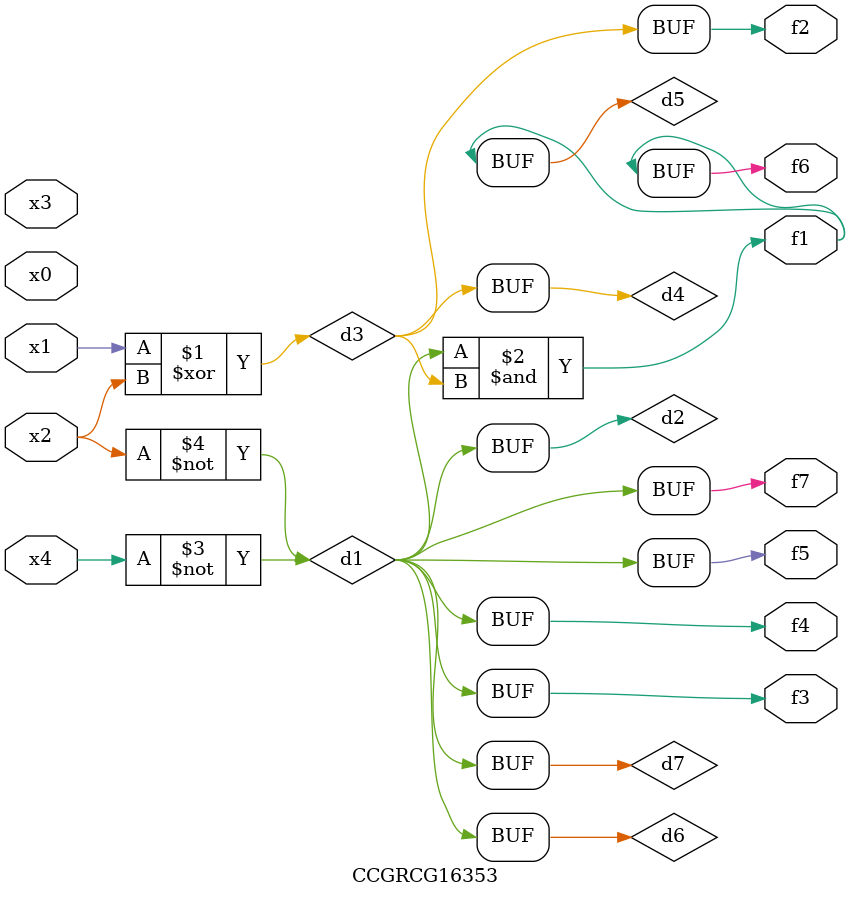
<source format=v>
module CCGRCG16353(
	input x0, x1, x2, x3, x4,
	output f1, f2, f3, f4, f5, f6, f7
);

	wire d1, d2, d3, d4, d5, d6, d7;

	not (d1, x4);
	not (d2, x2);
	xor (d3, x1, x2);
	buf (d4, d3);
	and (d5, d1, d3);
	buf (d6, d1, d2);
	buf (d7, d2);
	assign f1 = d5;
	assign f2 = d4;
	assign f3 = d7;
	assign f4 = d7;
	assign f5 = d7;
	assign f6 = d5;
	assign f7 = d7;
endmodule

</source>
